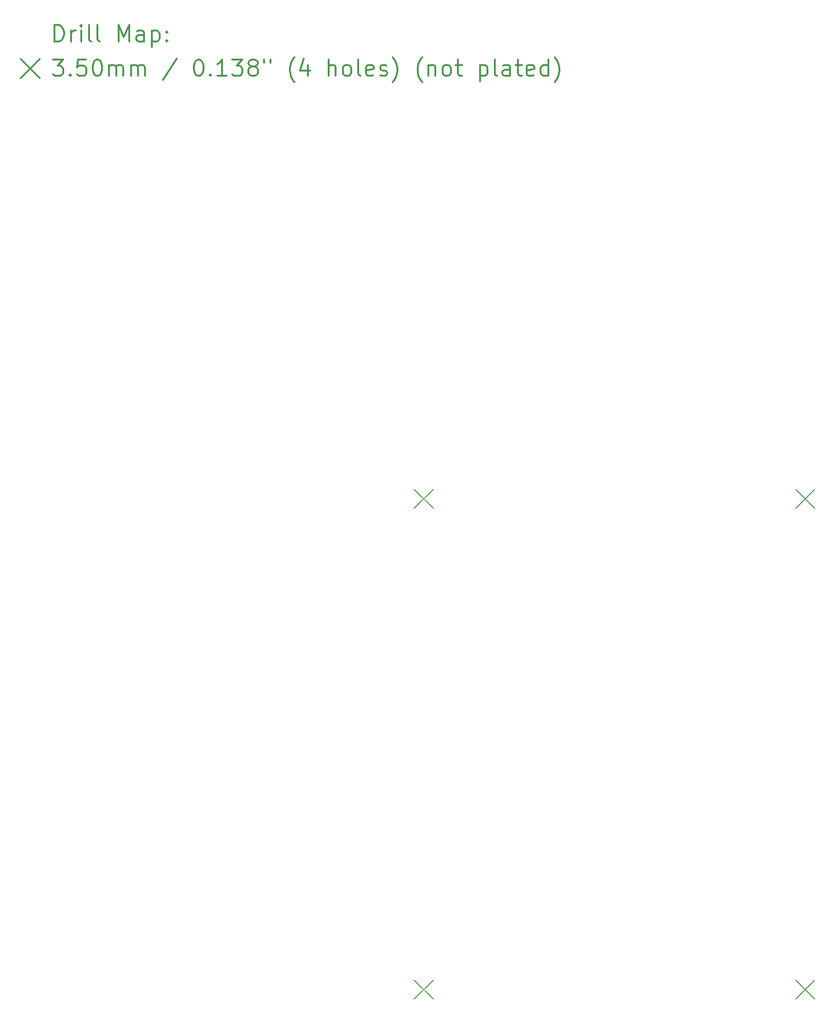
<source format=gbr>
%FSLAX45Y45*%
G04 Gerber Fmt 4.5, Leading zero omitted, Abs format (unit mm)*
G04 Created by KiCad (PCBNEW 4.0.6) date Thu Apr 29 15:33:18 2021*
%MOMM*%
%LPD*%
G01*
G04 APERTURE LIST*
%ADD10C,0.127000*%
%ADD11C,0.200000*%
%ADD12C,0.300000*%
G04 APERTURE END LIST*
D10*
D11*
X6866382Y-8676386D02*
X7216394Y-9026398D01*
X7216394Y-8676386D02*
X6866382Y-9026398D01*
X6866382Y-17676368D02*
X7216394Y-18026380D01*
X7216394Y-17676368D02*
X6866382Y-18026380D01*
X13866368Y-8676386D02*
X14216380Y-9026398D01*
X14216380Y-8676386D02*
X13866368Y-9026398D01*
X13866368Y-17676368D02*
X14216380Y-18026380D01*
X14216380Y-17676368D02*
X13866368Y-18026380D01*
D12*
X271429Y-465714D02*
X271429Y-165714D01*
X342857Y-165714D01*
X385714Y-180000D01*
X414286Y-208571D01*
X428571Y-237143D01*
X442857Y-294286D01*
X442857Y-337143D01*
X428571Y-394286D01*
X414286Y-422857D01*
X385714Y-451429D01*
X342857Y-465714D01*
X271429Y-465714D01*
X571429Y-465714D02*
X571429Y-265714D01*
X571429Y-322857D02*
X585714Y-294286D01*
X600000Y-280000D01*
X628571Y-265714D01*
X657143Y-265714D01*
X757143Y-465714D02*
X757143Y-265714D01*
X757143Y-165714D02*
X742857Y-180000D01*
X757143Y-194286D01*
X771429Y-180000D01*
X757143Y-165714D01*
X757143Y-194286D01*
X942857Y-465714D02*
X914286Y-451429D01*
X900000Y-422857D01*
X900000Y-165714D01*
X1100000Y-465714D02*
X1071429Y-451429D01*
X1057143Y-422857D01*
X1057143Y-165714D01*
X1442857Y-465714D02*
X1442857Y-165714D01*
X1542857Y-380000D01*
X1642857Y-165714D01*
X1642857Y-465714D01*
X1914286Y-465714D02*
X1914286Y-308571D01*
X1900000Y-280000D01*
X1871429Y-265714D01*
X1814286Y-265714D01*
X1785714Y-280000D01*
X1914286Y-451429D02*
X1885714Y-465714D01*
X1814286Y-465714D01*
X1785714Y-451429D01*
X1771429Y-422857D01*
X1771429Y-394286D01*
X1785714Y-365714D01*
X1814286Y-351429D01*
X1885714Y-351429D01*
X1914286Y-337143D01*
X2057143Y-265714D02*
X2057143Y-565714D01*
X2057143Y-280000D02*
X2085714Y-265714D01*
X2142857Y-265714D01*
X2171429Y-280000D01*
X2185714Y-294286D01*
X2200000Y-322857D01*
X2200000Y-408571D01*
X2185714Y-437143D01*
X2171429Y-451429D01*
X2142857Y-465714D01*
X2085714Y-465714D01*
X2057143Y-451429D01*
X2328572Y-437143D02*
X2342857Y-451429D01*
X2328572Y-465714D01*
X2314286Y-451429D01*
X2328572Y-437143D01*
X2328572Y-465714D01*
X2328572Y-280000D02*
X2342857Y-294286D01*
X2328572Y-308571D01*
X2314286Y-294286D01*
X2328572Y-280000D01*
X2328572Y-308571D01*
X-350012Y-784994D02*
X0Y-1135006D01*
X0Y-784994D02*
X-350012Y-1135006D01*
X242857Y-795714D02*
X428571Y-795714D01*
X328571Y-910000D01*
X371429Y-910000D01*
X400000Y-924286D01*
X414286Y-938571D01*
X428571Y-967143D01*
X428571Y-1038571D01*
X414286Y-1067143D01*
X400000Y-1081429D01*
X371429Y-1095714D01*
X285714Y-1095714D01*
X257143Y-1081429D01*
X242857Y-1067143D01*
X557143Y-1067143D02*
X571429Y-1081429D01*
X557143Y-1095714D01*
X542857Y-1081429D01*
X557143Y-1067143D01*
X557143Y-1095714D01*
X842857Y-795714D02*
X700000Y-795714D01*
X685714Y-938571D01*
X700000Y-924286D01*
X728571Y-910000D01*
X800000Y-910000D01*
X828571Y-924286D01*
X842857Y-938571D01*
X857143Y-967143D01*
X857143Y-1038571D01*
X842857Y-1067143D01*
X828571Y-1081429D01*
X800000Y-1095714D01*
X728571Y-1095714D01*
X700000Y-1081429D01*
X685714Y-1067143D01*
X1042857Y-795714D02*
X1071429Y-795714D01*
X1100000Y-810000D01*
X1114286Y-824286D01*
X1128571Y-852857D01*
X1142857Y-910000D01*
X1142857Y-981429D01*
X1128571Y-1038571D01*
X1114286Y-1067143D01*
X1100000Y-1081429D01*
X1071429Y-1095714D01*
X1042857Y-1095714D01*
X1014286Y-1081429D01*
X1000000Y-1067143D01*
X985714Y-1038571D01*
X971429Y-981429D01*
X971429Y-910000D01*
X985714Y-852857D01*
X1000000Y-824286D01*
X1014286Y-810000D01*
X1042857Y-795714D01*
X1271429Y-1095714D02*
X1271429Y-895714D01*
X1271429Y-924286D02*
X1285714Y-910000D01*
X1314286Y-895714D01*
X1357143Y-895714D01*
X1385714Y-910000D01*
X1400000Y-938571D01*
X1400000Y-1095714D01*
X1400000Y-938571D02*
X1414286Y-910000D01*
X1442857Y-895714D01*
X1485714Y-895714D01*
X1514286Y-910000D01*
X1528571Y-938571D01*
X1528571Y-1095714D01*
X1671429Y-1095714D02*
X1671429Y-895714D01*
X1671429Y-924286D02*
X1685714Y-910000D01*
X1714286Y-895714D01*
X1757143Y-895714D01*
X1785714Y-910000D01*
X1800000Y-938571D01*
X1800000Y-1095714D01*
X1800000Y-938571D02*
X1814286Y-910000D01*
X1842857Y-895714D01*
X1885714Y-895714D01*
X1914286Y-910000D01*
X1928571Y-938571D01*
X1928571Y-1095714D01*
X2514286Y-781429D02*
X2257143Y-1167143D01*
X2900000Y-795714D02*
X2928571Y-795714D01*
X2957143Y-810000D01*
X2971428Y-824286D01*
X2985714Y-852857D01*
X3000000Y-910000D01*
X3000000Y-981429D01*
X2985714Y-1038571D01*
X2971428Y-1067143D01*
X2957143Y-1081429D01*
X2928571Y-1095714D01*
X2900000Y-1095714D01*
X2871428Y-1081429D01*
X2857143Y-1067143D01*
X2842857Y-1038571D01*
X2828571Y-981429D01*
X2828571Y-910000D01*
X2842857Y-852857D01*
X2857143Y-824286D01*
X2871428Y-810000D01*
X2900000Y-795714D01*
X3128571Y-1067143D02*
X3142857Y-1081429D01*
X3128571Y-1095714D01*
X3114286Y-1081429D01*
X3128571Y-1067143D01*
X3128571Y-1095714D01*
X3428571Y-1095714D02*
X3257143Y-1095714D01*
X3342857Y-1095714D02*
X3342857Y-795714D01*
X3314286Y-838571D01*
X3285714Y-867143D01*
X3257143Y-881429D01*
X3528571Y-795714D02*
X3714286Y-795714D01*
X3614286Y-910000D01*
X3657143Y-910000D01*
X3685714Y-924286D01*
X3700000Y-938571D01*
X3714286Y-967143D01*
X3714286Y-1038571D01*
X3700000Y-1067143D01*
X3685714Y-1081429D01*
X3657143Y-1095714D01*
X3571428Y-1095714D01*
X3542857Y-1081429D01*
X3528571Y-1067143D01*
X3885714Y-924286D02*
X3857143Y-910000D01*
X3842857Y-895714D01*
X3828571Y-867143D01*
X3828571Y-852857D01*
X3842857Y-824286D01*
X3857143Y-810000D01*
X3885714Y-795714D01*
X3942857Y-795714D01*
X3971428Y-810000D01*
X3985714Y-824286D01*
X4000000Y-852857D01*
X4000000Y-867143D01*
X3985714Y-895714D01*
X3971428Y-910000D01*
X3942857Y-924286D01*
X3885714Y-924286D01*
X3857143Y-938571D01*
X3842857Y-952857D01*
X3828571Y-981429D01*
X3828571Y-1038571D01*
X3842857Y-1067143D01*
X3857143Y-1081429D01*
X3885714Y-1095714D01*
X3942857Y-1095714D01*
X3971428Y-1081429D01*
X3985714Y-1067143D01*
X4000000Y-1038571D01*
X4000000Y-981429D01*
X3985714Y-952857D01*
X3971428Y-938571D01*
X3942857Y-924286D01*
X4114286Y-795714D02*
X4114286Y-852857D01*
X4228571Y-795714D02*
X4228571Y-852857D01*
X4671429Y-1210000D02*
X4657143Y-1195714D01*
X4628571Y-1152857D01*
X4614286Y-1124286D01*
X4600000Y-1081429D01*
X4585714Y-1010000D01*
X4585714Y-952857D01*
X4600000Y-881429D01*
X4614286Y-838571D01*
X4628571Y-810000D01*
X4657143Y-767143D01*
X4671429Y-752857D01*
X4914286Y-895714D02*
X4914286Y-1095714D01*
X4842857Y-781429D02*
X4771429Y-995714D01*
X4957143Y-995714D01*
X5300000Y-1095714D02*
X5300000Y-795714D01*
X5428571Y-1095714D02*
X5428571Y-938571D01*
X5414286Y-910000D01*
X5385714Y-895714D01*
X5342857Y-895714D01*
X5314286Y-910000D01*
X5300000Y-924286D01*
X5614286Y-1095714D02*
X5585714Y-1081429D01*
X5571429Y-1067143D01*
X5557143Y-1038571D01*
X5557143Y-952857D01*
X5571429Y-924286D01*
X5585714Y-910000D01*
X5614286Y-895714D01*
X5657143Y-895714D01*
X5685714Y-910000D01*
X5700000Y-924286D01*
X5714286Y-952857D01*
X5714286Y-1038571D01*
X5700000Y-1067143D01*
X5685714Y-1081429D01*
X5657143Y-1095714D01*
X5614286Y-1095714D01*
X5885714Y-1095714D02*
X5857143Y-1081429D01*
X5842857Y-1052857D01*
X5842857Y-795714D01*
X6114286Y-1081429D02*
X6085714Y-1095714D01*
X6028571Y-1095714D01*
X6000000Y-1081429D01*
X5985714Y-1052857D01*
X5985714Y-938571D01*
X6000000Y-910000D01*
X6028571Y-895714D01*
X6085714Y-895714D01*
X6114286Y-910000D01*
X6128571Y-938571D01*
X6128571Y-967143D01*
X5985714Y-995714D01*
X6242857Y-1081429D02*
X6271429Y-1095714D01*
X6328571Y-1095714D01*
X6357143Y-1081429D01*
X6371429Y-1052857D01*
X6371429Y-1038571D01*
X6357143Y-1010000D01*
X6328571Y-995714D01*
X6285714Y-995714D01*
X6257143Y-981429D01*
X6242857Y-952857D01*
X6242857Y-938571D01*
X6257143Y-910000D01*
X6285714Y-895714D01*
X6328571Y-895714D01*
X6357143Y-910000D01*
X6471428Y-1210000D02*
X6485714Y-1195714D01*
X6514286Y-1152857D01*
X6528571Y-1124286D01*
X6542857Y-1081429D01*
X6557143Y-1010000D01*
X6557143Y-952857D01*
X6542857Y-881429D01*
X6528571Y-838571D01*
X6514286Y-810000D01*
X6485714Y-767143D01*
X6471428Y-752857D01*
X7014286Y-1210000D02*
X7000000Y-1195714D01*
X6971428Y-1152857D01*
X6957143Y-1124286D01*
X6942857Y-1081429D01*
X6928571Y-1010000D01*
X6928571Y-952857D01*
X6942857Y-881429D01*
X6957143Y-838571D01*
X6971428Y-810000D01*
X7000000Y-767143D01*
X7014286Y-752857D01*
X7128571Y-895714D02*
X7128571Y-1095714D01*
X7128571Y-924286D02*
X7142857Y-910000D01*
X7171428Y-895714D01*
X7214286Y-895714D01*
X7242857Y-910000D01*
X7257143Y-938571D01*
X7257143Y-1095714D01*
X7442857Y-1095714D02*
X7414286Y-1081429D01*
X7400000Y-1067143D01*
X7385714Y-1038571D01*
X7385714Y-952857D01*
X7400000Y-924286D01*
X7414286Y-910000D01*
X7442857Y-895714D01*
X7485714Y-895714D01*
X7514286Y-910000D01*
X7528571Y-924286D01*
X7542857Y-952857D01*
X7542857Y-1038571D01*
X7528571Y-1067143D01*
X7514286Y-1081429D01*
X7485714Y-1095714D01*
X7442857Y-1095714D01*
X7628571Y-895714D02*
X7742857Y-895714D01*
X7671429Y-795714D02*
X7671429Y-1052857D01*
X7685714Y-1081429D01*
X7714286Y-1095714D01*
X7742857Y-1095714D01*
X8071429Y-895714D02*
X8071429Y-1195714D01*
X8071429Y-910000D02*
X8100000Y-895714D01*
X8157143Y-895714D01*
X8185714Y-910000D01*
X8200000Y-924286D01*
X8214286Y-952857D01*
X8214286Y-1038571D01*
X8200000Y-1067143D01*
X8185714Y-1081429D01*
X8157143Y-1095714D01*
X8100000Y-1095714D01*
X8071429Y-1081429D01*
X8385714Y-1095714D02*
X8357143Y-1081429D01*
X8342857Y-1052857D01*
X8342857Y-795714D01*
X8628572Y-1095714D02*
X8628572Y-938571D01*
X8614286Y-910000D01*
X8585714Y-895714D01*
X8528572Y-895714D01*
X8500000Y-910000D01*
X8628572Y-1081429D02*
X8600000Y-1095714D01*
X8528572Y-1095714D01*
X8500000Y-1081429D01*
X8485714Y-1052857D01*
X8485714Y-1024286D01*
X8500000Y-995714D01*
X8528572Y-981429D01*
X8600000Y-981429D01*
X8628572Y-967143D01*
X8728572Y-895714D02*
X8842857Y-895714D01*
X8771429Y-795714D02*
X8771429Y-1052857D01*
X8785714Y-1081429D01*
X8814286Y-1095714D01*
X8842857Y-1095714D01*
X9057143Y-1081429D02*
X9028572Y-1095714D01*
X8971429Y-1095714D01*
X8942857Y-1081429D01*
X8928572Y-1052857D01*
X8928572Y-938571D01*
X8942857Y-910000D01*
X8971429Y-895714D01*
X9028572Y-895714D01*
X9057143Y-910000D01*
X9071429Y-938571D01*
X9071429Y-967143D01*
X8928572Y-995714D01*
X9328572Y-1095714D02*
X9328572Y-795714D01*
X9328572Y-1081429D02*
X9300000Y-1095714D01*
X9242857Y-1095714D01*
X9214286Y-1081429D01*
X9200000Y-1067143D01*
X9185715Y-1038571D01*
X9185715Y-952857D01*
X9200000Y-924286D01*
X9214286Y-910000D01*
X9242857Y-895714D01*
X9300000Y-895714D01*
X9328572Y-910000D01*
X9442857Y-1210000D02*
X9457143Y-1195714D01*
X9485715Y-1152857D01*
X9500000Y-1124286D01*
X9514286Y-1081429D01*
X9528572Y-1010000D01*
X9528572Y-952857D01*
X9514286Y-881429D01*
X9500000Y-838571D01*
X9485715Y-810000D01*
X9457143Y-767143D01*
X9442857Y-752857D01*
M02*

</source>
